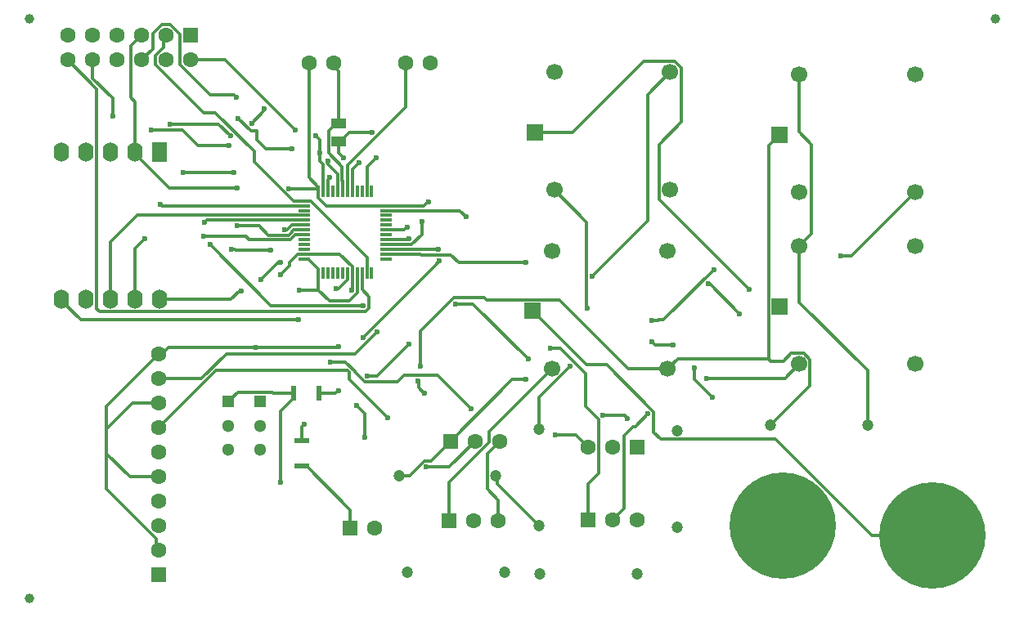
<source format=gbr>
%TF.GenerationSoftware,Altium Limited,Altium Designer,20.1.12 (249)*%
G04 Layer_Physical_Order=1*
G04 Layer_Color=255*
%FSLAX26Y26*%
%MOIN*%
%TF.SameCoordinates,7F4B2EE0-29BC-4F04-AEBD-3A4CCF5859FD*%
%TF.FilePolarity,Positive*%
%TF.FileFunction,Copper,L1,Top,Signal*%
%TF.Part,Single*%
G01*
G75*
%TA.AperFunction,SMDPad,CuDef*%
%ADD10R,0.023622X0.061024*%
%ADD11R,0.061024X0.023622*%
%ADD12R,0.011811X0.047244*%
%ADD13R,0.047244X0.011811*%
%ADD14O,0.011811X0.047244*%
%ADD15R,0.061024X0.039370*%
%TA.AperFunction,Conductor*%
%ADD16C,0.011811*%
%TA.AperFunction,ComponentPad*%
%ADD17R,0.062992X0.062992*%
%ADD18C,0.062992*%
%ADD19C,0.066929*%
%ADD20R,0.066929X0.066929*%
%ADD21R,0.062992X0.062992*%
%ADD22C,0.051181*%
%ADD23R,0.051181X0.051181*%
%ADD24C,0.433071*%
%ADD25C,0.047244*%
%ADD26O,0.062992X0.078740*%
%ADD27R,0.062992X0.078740*%
%TA.AperFunction,SMDPad,CuDef*%
%ADD28C,0.039370*%
%TA.AperFunction,ViaPad*%
%ADD29C,0.023622*%
D10*
X4135000Y3395000D02*
D03*
X4030669D02*
D03*
D11*
X4065000Y3097835D02*
D03*
Y3202165D02*
D03*
D12*
X4131890Y4219645D02*
D03*
X4151575D02*
D03*
X4171260D02*
D03*
X4190945D02*
D03*
X4210630D02*
D03*
X4230315D02*
D03*
X4250000D02*
D03*
X4269685D02*
D03*
X4289370D02*
D03*
X4309055D02*
D03*
X4328740D02*
D03*
X4348425D02*
D03*
Y3885000D02*
D03*
X4328740D02*
D03*
X4309055D02*
D03*
X4289370D02*
D03*
X4269685D02*
D03*
X4250000D02*
D03*
X4230315D02*
D03*
X4210630D02*
D03*
X4190945D02*
D03*
X4171260D02*
D03*
X4151575D02*
D03*
D13*
X4407480Y4160590D02*
D03*
Y4140905D02*
D03*
Y4121220D02*
D03*
Y4101535D02*
D03*
Y4081850D02*
D03*
Y4062165D02*
D03*
Y4042480D02*
D03*
Y4022795D02*
D03*
Y4003110D02*
D03*
Y3983425D02*
D03*
Y3963740D02*
D03*
Y3944055D02*
D03*
X4072835D02*
D03*
Y3963740D02*
D03*
Y3983425D02*
D03*
Y4003110D02*
D03*
Y4022795D02*
D03*
Y4042480D02*
D03*
Y4062165D02*
D03*
Y4081850D02*
D03*
Y4101535D02*
D03*
Y4121220D02*
D03*
Y4140905D02*
D03*
Y4160590D02*
D03*
D14*
X4131890Y3885000D02*
D03*
D15*
X4215000Y4497401D02*
D03*
Y4422598D02*
D03*
D16*
X3777559Y3984252D02*
X3777559D01*
X3777559D02*
X3778543Y3983268D01*
X3790354D01*
X3795276Y3978347D02*
X3937008D01*
X3790354Y3983268D02*
X3795276Y3978347D01*
X4046289Y3963740D02*
X4072835D01*
X4011971Y3929422D02*
X4046289Y3963740D01*
X4011971Y3914530D02*
Y3929422D01*
X3975394Y3877953D02*
X4011971Y3914530D01*
X3993110Y4064034D02*
X4004180D01*
X4021996Y4081850D01*
X3917323Y4392717D02*
X4023622D01*
X3610000Y4755000D02*
X3748937D01*
X4035433Y4468504D01*
X4137795Y4375984D02*
Y4428150D01*
X4121063Y4444882D02*
X4137795Y4428150D01*
X4131890Y4193099D02*
Y4219645D01*
Y4230315D01*
X4164399Y4160590D02*
X4407480D01*
X4131890Y4193099D02*
X4164399Y4160590D01*
X4171260Y4219645D02*
Y4267474D01*
X4178150Y4274363D01*
Y4277559D01*
X4271654Y4310039D02*
X4298228Y4336614D01*
X4271654Y4221614D02*
Y4310039D01*
X4328740Y4317913D02*
X4368110Y4357283D01*
X4328740Y4219645D02*
Y4317913D01*
X4250000Y4219645D02*
Y4326716D01*
X4266999Y4343715D01*
X4269685Y4219645D02*
X4271654Y4221614D01*
X4267869Y4343715D02*
X4488189Y4564034D01*
X4266999Y4343715D02*
X4267869D01*
X4488189Y4564034D02*
Y4744095D01*
X4258228Y4459646D02*
X4350394D01*
X4218090Y4419508D02*
X4258228Y4459646D01*
X4215000Y4376535D02*
Y4422598D01*
Y4376535D02*
X4235236Y4356299D01*
X4228346Y4263389D02*
Y4320239D01*
X4172677Y4375909D02*
X4228346Y4320239D01*
X4172677Y4375909D02*
Y4465905D01*
X4171463Y4329278D02*
X4210630Y4290111D01*
X4171463Y4329278D02*
Y4343716D01*
X4137795Y4342520D02*
X4151575Y4328740D01*
Y4219645D02*
Y4328740D01*
X4137795Y4342520D02*
Y4375984D01*
X4210630Y4219645D02*
Y4290111D01*
X4018107Y4022696D02*
X4037891Y4042480D01*
X4024606Y4055246D02*
X4031525Y4062165D01*
X3848221Y4022696D02*
X4018107D01*
X3888823Y4077913D02*
X3926323Y4040412D01*
X4024606Y4054250D02*
Y4055246D01*
X3836468Y4034449D02*
X3848221Y4022696D01*
X3801181Y4077913D02*
X3888823D01*
X3663386Y4034449D02*
X3836468D01*
X4021996Y4081850D02*
X4072835D01*
X4010769Y4040412D02*
X4024606Y4054250D01*
X4037891Y4042480D02*
X4072835D01*
X4031525Y4062165D02*
X4072835D01*
X3926323Y4040412D02*
X4010769D01*
X3394842Y4121220D02*
X4072835D01*
X3666339Y4091535D02*
X3676338Y4101535D01*
X4072835D01*
X3285000Y4011378D02*
X3394842Y4121220D01*
X4101349Y4178307D02*
X4328740Y3950916D01*
Y3885000D02*
Y3950916D01*
X4407480Y4160590D02*
X4560937D01*
X4094488Y4274764D02*
X4131890Y4237362D01*
X4094488Y4274764D02*
Y4744095D01*
X3897638Y3859252D02*
X3966535Y3928150D01*
X3977362D01*
X3775079Y3780000D02*
X3809055Y3813976D01*
X3816929D01*
X3485000Y3780000D02*
X3775079D01*
X3638658Y4405512D02*
X3765748D01*
X3575666Y4468504D02*
X3638658Y4405512D01*
X3451772Y4468504D02*
X3575666D01*
X3723425Y4494095D02*
X3772638Y4444882D01*
X3859223Y4496034D02*
X3908173Y4544984D01*
Y4552858D01*
X3910433Y4555118D01*
X3855315Y4466535D02*
X3881890D01*
X3805118Y4516732D02*
X3855315Y4466535D01*
X3881890Y4428150D02*
Y4466535D01*
Y4428150D02*
X3917323Y4392717D01*
X4230315Y4219645D02*
Y4261420D01*
X4228346Y4263389D02*
X4230315Y4261420D01*
X4010827Y4230315D02*
X4131890D01*
X3869915Y4337820D02*
Y4381011D01*
Y4337820D02*
X4029429Y4178307D01*
X4131890Y4230315D02*
Y4237362D01*
X4029429Y4178307D02*
X4101349D01*
X3710401Y4540525D02*
X3869915Y4381011D01*
X3663229Y4540525D02*
X3710401D01*
X3524843Y4232283D02*
X3799213D01*
X4054134Y3814961D02*
X4055197Y3816024D01*
X4131890D01*
X3786417Y4612205D02*
X3795916Y4602706D01*
X4215000Y4422598D02*
X4218090Y4419508D01*
X4467904Y4003110D02*
X4469046Y4001969D01*
X4481271Y4062165D02*
X4491912Y4072806D01*
X4495108D01*
X4407480Y4062165D02*
X4481271D01*
X4469046Y4001969D02*
X4511753D01*
X4552165Y4042381D01*
X4407480Y4003110D02*
X4467904D01*
X4552165Y4042381D02*
Y4096457D01*
X4495977Y4022795D02*
X4498773Y4025591D01*
X4407480Y4022795D02*
X4495977D01*
X4498773Y4025591D02*
X4501968D01*
X4323249Y3728819D02*
X4338583Y3744153D01*
Y3789224D01*
X4309055Y3818752D02*
X4338583Y3789224D01*
X3239202Y3728819D02*
X4323249D01*
X4176260Y3771653D02*
X4256832D01*
X4291338Y3806160D01*
X4309055Y3818752D02*
Y3885000D01*
X3689497Y4001447D02*
X3937008Y3753937D01*
X4314961D01*
X4131890Y3816024D02*
X4176260Y3771653D01*
X3228307Y3739714D02*
X3239202Y3728819D01*
X4131890Y3816024D02*
Y3885000D01*
X4072835Y3944055D02*
X4090552D01*
X4131890Y3902717D01*
Y3885000D02*
Y3902717D01*
X4407480Y4140905D02*
X4708504D01*
X4732283Y4117126D01*
X4194488Y4730245D02*
X4215000Y4709733D01*
Y4497401D02*
Y4709733D01*
X4194488Y4730245D02*
Y4744095D01*
X4172677Y4465905D02*
X4204173Y4497401D01*
X4577513Y4177165D02*
X4580709D01*
X4560937Y4160590D02*
X4577513Y4177165D01*
X3525591Y4494095D02*
X3723425D01*
X3466693Y4737062D02*
X3663229Y4540525D01*
X3466693Y4772938D02*
X3500207Y4806452D01*
X3780512Y4295276D02*
X3782480Y4297244D01*
X3786417D01*
X3578740Y4295276D02*
X3780512D01*
X3385000Y4372126D02*
X3524843Y4232283D01*
X3490401Y4165354D02*
X3495165Y4160590D01*
X4072835D01*
X3210000Y4680055D02*
Y4755000D01*
Y4680055D02*
X3292323Y4597732D01*
Y4527559D02*
Y4597732D01*
X3228307Y3739714D02*
Y4636693D01*
X3110000Y4755000D02*
X3228307Y4636693D01*
X3492062Y4898307D02*
X3527938D01*
X3455927Y4862173D02*
X3492062Y4898307D01*
X3691550Y4612205D02*
X3786417D01*
X3500207Y4845207D02*
X3510000Y4855000D01*
X3527938Y4898307D02*
X3566693Y4859552D01*
X3466693Y4737062D02*
Y4772938D01*
X3410000Y4755000D02*
X3455927Y4800927D01*
X3566693Y4737062D02*
Y4859552D01*
X3455927Y4800927D02*
Y4862173D01*
X3566693Y4737062D02*
X3691550Y4612205D01*
X3500207Y4806452D02*
Y4845207D01*
X4318956Y3442913D02*
X4453769D01*
X4616142Y3470472D02*
X4754921Y3331693D01*
X4181102Y3523622D02*
X4241561D01*
X4280259Y3484925D01*
X4453769Y3442913D02*
X4481328Y3470472D01*
X4280259Y3481610D02*
Y3484925D01*
Y3481610D02*
X4318956Y3442913D01*
X4481328Y3470472D02*
X4616142D01*
X4328740Y3466535D02*
X4371063D01*
X4500000Y3595472D01*
X4546260Y3506890D02*
Y3648564D01*
X4682145Y3784449D01*
X4561024Y3396653D02*
X4563976D01*
X4539662Y3418016D02*
X4561024Y3396653D01*
X4537402Y3446850D02*
X4539662Y3444590D01*
Y3418016D02*
Y3444590D01*
X4760827Y3760827D02*
X4986221Y3535433D01*
X4921772Y3451772D02*
X4977362D01*
X4670000Y3200000D02*
X4921772Y3451772D01*
X3487205Y4165354D02*
X3490401D01*
X3385000Y3780000D02*
Y3986378D01*
X3425197Y4026575D01*
X3285000Y3780000D02*
Y4011378D01*
X3085000Y3772126D02*
X3162244Y3694882D01*
X4050197D01*
X3085000Y3772126D02*
Y3780000D01*
X4250000Y3858454D02*
Y3885000D01*
X4214380Y3822835D02*
X4250000Y3858454D01*
X4202756Y3822835D02*
X4214380D01*
X4407480Y3983425D02*
X4619252D01*
X4620079Y3984252D01*
X4670275Y3960630D02*
X4702756Y3928150D01*
X4407480Y3963740D02*
X4546181D01*
X4549291Y3960630D01*
X4670275D01*
X4612263Y3922244D02*
X4615128D01*
X4622047Y3931843D02*
Y3935039D01*
X4615128Y3924925D02*
X4622047Y3931843D01*
X4615128Y3922244D02*
Y3924925D01*
X4702756Y3928150D02*
X4977362D01*
X4314034Y3624016D02*
X4612263Y3922244D01*
X4279149Y3555723D02*
X4370079Y3646653D01*
X4321850Y3216535D02*
Y3312008D01*
X4287402Y3346457D02*
X4321850Y3312008D01*
X4682145Y3784449D02*
X4807913D01*
X4815866Y3776496D01*
X4691929Y3760827D02*
X4760827D01*
X4815866Y3776496D02*
X5112025D01*
X5092559Y4224685D02*
X5224409Y4092835D01*
Y3746063D02*
Y4092835D01*
Y3746063D02*
X5226378Y3744095D01*
X5219794Y3342272D02*
X5273307Y3288759D01*
Y3070918D02*
Y3288759D01*
X5077756Y3579724D02*
X5116084D01*
X5230000Y3027611D02*
X5273307Y3070918D01*
X5116084Y3579724D02*
X5219794Y3476014D01*
X5230000Y2880000D02*
Y3027611D01*
X5219794Y3342272D02*
Y3476014D01*
X5156496Y3504908D02*
Y3505905D01*
X5030000Y3378412D02*
X5156496Y3504908D01*
X4269685Y3817913D02*
Y3885000D01*
X4267717Y3815945D02*
X4269685Y3817913D01*
X4291338Y3806160D02*
Y3883032D01*
X4289370Y3885000D02*
X4291338Y3883032D01*
X3877953Y3582677D02*
X4209646D01*
X4214567Y3587598D01*
X4072835Y3963740D02*
X4217491D01*
X4269685Y3911546D01*
Y3885000D02*
Y3911546D01*
X5180591Y3224409D02*
X5230000Y3175000D01*
X5096457Y3224409D02*
X5180591D01*
X5504921Y3591535D02*
X5576772D01*
X5489173Y3607284D02*
X5504921Y3591535D01*
X5664370Y3451772D02*
X5738189Y3377953D01*
X5664370Y3451772D02*
Y3499016D01*
X5712598Y3456693D02*
X6032008D01*
X6090000Y3514685D01*
X5498031Y3237008D02*
Y3320808D01*
Y3237008D02*
X5526772Y3208268D01*
X5307828Y3511012D02*
X5498031Y3320808D01*
X5224028Y3511012D02*
X5307828D01*
X5003819Y3731220D02*
X5224028Y3511012D01*
X5412402Y3259843D02*
X5423228D01*
X5474409Y3311024D01*
X5526772Y3208268D02*
X5992616D01*
X5376097Y3223538D02*
X5412402Y3259843D01*
X5330000Y2880000D02*
X5376097Y2926097D01*
Y3223538D01*
X5248032Y3874016D02*
X5472441Y4098425D01*
Y4612441D01*
X5519724Y4410699D02*
X5610276Y4501250D01*
X5519724Y4185000D02*
X5885827Y3818898D01*
X5519724Y4185000D02*
Y4410699D01*
X5393522Y3495000D02*
X5555000D01*
X5112025Y3776496D02*
X5393522Y3495000D01*
X5490158Y3691929D02*
X5492417Y3694189D01*
X5517024D01*
X5517717Y3694882D01*
X5538386D01*
X5744095Y3900591D01*
X5472441Y4612441D02*
X5565000Y4705000D01*
X5725394Y3841535D02*
X5846457Y3720472D01*
X5721457Y3841535D02*
X5725394D01*
X5289370Y3306102D02*
X5378937D01*
X5391732Y3293307D01*
X3755668Y3555723D02*
X4279149D01*
X3654945Y3455000D02*
X3755668Y3555723D01*
X4256890Y3451772D02*
Y3483239D01*
X3715157Y3490157D02*
X4249971D01*
X4256890Y3483239D01*
X3480000Y3255000D02*
X3715157Y3490157D01*
X3480000Y3455000D02*
X3654945D01*
X4256890Y3451772D02*
X4412402Y3296260D01*
X6108754Y3559961D02*
X6135276Y3533439D01*
X5975000Y3265000D02*
X6135276Y3425276D01*
X6025605Y3527417D02*
X6058148Y3559961D01*
X6135276Y3425276D02*
Y3533439D01*
X6058148Y3559961D02*
X6108754D01*
X5975000Y3527417D02*
X6025605D01*
X5965984Y3536433D02*
X5975000Y3527417D01*
X5030000Y3250000D02*
Y3378412D01*
X4826693Y3239134D02*
X5082559Y3495000D01*
X4826693Y3195448D02*
Y3239134D01*
X4665000Y2875000D02*
Y3033755D01*
X4826693Y3195448D01*
X4083701Y3097835D02*
X4261575Y2919961D01*
Y2845000D02*
Y2919961D01*
X4461299Y3060000D02*
X4503956D01*
X4564550Y3120595D01*
X4590595D01*
X4670000Y3200000D01*
X4571850Y3094488D02*
X4664488D01*
X4770000Y3200000D01*
X5555000Y3495000D02*
X5596433Y3536433D01*
X5965984D01*
X3385000Y4372126D02*
Y4380000D01*
X4204173Y4497401D02*
X4215000D01*
X5610276Y4501250D02*
Y4723754D01*
X5583754Y4750276D02*
X5610276Y4723754D01*
X5167881Y4460905D02*
X5457251Y4750276D01*
X5013819Y4460905D02*
X5167881D01*
X5457251Y4750276D02*
X5583754D01*
X5992616Y3208268D02*
X6385923Y2814961D01*
X6633858D01*
X3385000Y4380000D02*
Y4583074D01*
X3366693Y4601381D02*
X3385000Y4583074D01*
X3366693Y4601381D02*
Y4811693D01*
X3410000Y4855000D01*
X4135000Y3395000D02*
X4200748D01*
X4211260Y3405512D01*
X4212598D01*
X3946767Y3395000D02*
X4030669D01*
X3942515Y3399252D02*
X3946767Y3395000D01*
X3802480Y3399252D02*
X3942515D01*
X3765079Y3361850D02*
X3802480Y3399252D01*
X4030669Y3376299D02*
Y3395000D01*
X3976378Y3322008D02*
X4030669Y3376299D01*
X3976378Y3031496D02*
Y3322008D01*
X4065000Y3202165D02*
Y3257913D01*
X4074803Y3267716D01*
X4065000Y3097835D02*
X4083701D01*
X4819567Y3149567D02*
X4870000Y3200000D01*
X4819567Y3004480D02*
X4865000Y2959047D01*
X4819567Y3004480D02*
Y3149567D01*
X4865000Y2875000D02*
Y2959047D01*
X4861780Y3024519D02*
Y3053220D01*
Y3024519D02*
X5030000Y2856299D01*
X4855000Y3060000D02*
X4861780Y3053220D01*
X5965984Y3536433D02*
Y4405630D01*
X6011260Y4450905D01*
X6304449Y3956693D02*
X6562441Y4214685D01*
X6259842Y3956693D02*
X6304449D01*
X6090000Y3766687D02*
Y3995000D01*
Y3766687D02*
X6368701Y3487986D01*
Y3265000D02*
Y3487986D01*
X6090000Y3995000D02*
X6141732Y4046732D01*
Y4410633D01*
X6090000Y4462365D02*
Y4695000D01*
Y4462365D02*
X6141732Y4410633D01*
X3480000Y3555000D02*
X3493850D01*
X3521527Y3582677D01*
X3877953D01*
X3267716Y3149606D02*
Y3248032D01*
Y3006038D02*
Y3149606D01*
X3362323Y3055000D02*
X3480000D01*
X3267716Y3149606D02*
X3362323Y3055000D01*
X3267716Y3248032D02*
Y3342716D01*
X3374685Y3355000D02*
X3480000D01*
X3267716Y3248032D02*
X3374685Y3355000D01*
X3267716Y3342716D02*
X3480000Y3555000D01*
X3470207Y2764793D02*
X3480000Y2755000D01*
X3470207Y2764793D02*
Y2803548D01*
X3267716Y3006038D02*
X3470207Y2803548D01*
D17*
X5230000Y2880000D02*
D03*
X4665000Y2875000D02*
D03*
X5430000Y3175000D02*
D03*
X4670000Y3200000D02*
D03*
X4261575Y2845000D02*
D03*
X3610000Y4855000D02*
D03*
D18*
X5330000Y2880000D02*
D03*
X5430000D02*
D03*
X3480000Y3555000D02*
D03*
Y3455000D02*
D03*
Y3355000D02*
D03*
Y3255000D02*
D03*
Y3155000D02*
D03*
Y3055000D02*
D03*
Y2955000D02*
D03*
Y2855000D02*
D03*
Y2755000D02*
D03*
X4865000Y2875000D02*
D03*
X4765000D02*
D03*
X5230000Y3175000D02*
D03*
X5330000D02*
D03*
X4870000Y3200000D02*
D03*
X4770000D02*
D03*
X4360000Y2845000D02*
D03*
X4194488Y4744095D02*
D03*
X4094488D02*
D03*
X4588189D02*
D03*
X4488189D02*
D03*
X3610000Y4755000D02*
D03*
X3510000Y4855000D02*
D03*
X3110000Y4755000D02*
D03*
X3210000D02*
D03*
X3310000D02*
D03*
X3410000D02*
D03*
X3510000D02*
D03*
X3110000Y4855000D02*
D03*
X3210000D02*
D03*
X3310000D02*
D03*
X3410000D02*
D03*
D19*
X5555000Y3495000D02*
D03*
X5082559Y3975315D02*
D03*
X5555000D02*
D03*
X5082559Y3495000D02*
D03*
X6562441Y4214685D02*
D03*
X6090000Y4695000D02*
D03*
X6562441D02*
D03*
X6090000Y4214685D02*
D03*
X6562441Y3514685D02*
D03*
X6090000Y3995000D02*
D03*
X6562441D02*
D03*
X6090000Y3514685D02*
D03*
X5565000Y4224685D02*
D03*
X5092559Y4705000D02*
D03*
X5565000D02*
D03*
X5092559Y4224685D02*
D03*
D20*
X5003819Y3731220D02*
D03*
X6011260Y4450905D02*
D03*
Y3750905D02*
D03*
X5013819Y4460905D02*
D03*
D21*
X3480000Y2655000D02*
D03*
D22*
X3765079Y3263425D02*
D03*
Y3165000D02*
D03*
X3895000D02*
D03*
Y3263425D02*
D03*
D23*
X3765079Y3361850D02*
D03*
X3895000D02*
D03*
D24*
X6633858Y2814961D02*
D03*
X6023622Y2854331D02*
D03*
D25*
X5595000Y2850000D02*
D03*
Y3243701D02*
D03*
X4855000Y3060000D02*
D03*
X4461299D02*
D03*
X4888701Y2665000D02*
D03*
X4495000D02*
D03*
X5428701Y2660000D02*
D03*
X5035000D02*
D03*
X6368701Y3265000D02*
D03*
X5975000D02*
D03*
X5030000Y2856299D02*
D03*
Y3250000D02*
D03*
D26*
X3085000Y3780000D02*
D03*
X3185000D02*
D03*
X3285000D02*
D03*
X3385000D02*
D03*
X3485000D02*
D03*
X3085000Y4380000D02*
D03*
X3185000D02*
D03*
X3285000D02*
D03*
X3385000D02*
D03*
D27*
X3485000D02*
D03*
D28*
X2952756Y4921260D02*
D03*
Y2559055D02*
D03*
X6889764Y4921260D02*
D03*
D29*
X3777559Y3984252D02*
D03*
X3937008Y3978347D02*
D03*
X3975394Y3877953D02*
D03*
X3993110Y4064034D02*
D03*
X4023622Y4392717D02*
D03*
X4035433Y4468504D02*
D03*
X4121063Y4444882D02*
D03*
X4178150Y4277559D02*
D03*
X4298228Y4336614D02*
D03*
X4368110Y4357283D02*
D03*
X4350394Y4459646D02*
D03*
X4235236Y4356299D02*
D03*
X4171463Y4343716D02*
D03*
X4137795Y4375984D02*
D03*
X3977362Y3928150D02*
D03*
X3897638Y3859252D02*
D03*
X3816929Y3813976D02*
D03*
X3451772Y4468504D02*
D03*
X3765748Y4405512D02*
D03*
X3772638Y4444882D02*
D03*
X3805118Y4516732D02*
D03*
X3859223Y4496034D02*
D03*
X4010827Y4230315D02*
D03*
X3801181Y4077913D02*
D03*
X3799213Y4232283D02*
D03*
X4054134Y3814961D02*
D03*
X3795916Y4602706D02*
D03*
X4552165Y4096457D02*
D03*
X4495108Y4072806D02*
D03*
X4501968Y4025591D02*
D03*
X4314961Y3753937D02*
D03*
X3689497Y4001447D02*
D03*
X4732283Y4117126D02*
D03*
X4580709Y4177165D02*
D03*
X3910433Y4555118D02*
D03*
X3525591Y4494095D02*
D03*
X3786417Y4297244D02*
D03*
X3578740Y4295276D02*
D03*
X3292323Y4527559D02*
D03*
X4328740Y3466535D02*
D03*
X4500000Y3595472D02*
D03*
X4563976Y3396653D02*
D03*
X4537402Y3446850D02*
D03*
X4986221Y3535433D02*
D03*
X4977362Y3451772D02*
D03*
X3666339Y4091535D02*
D03*
X3487205Y4165354D02*
D03*
X3425197Y4026575D02*
D03*
X4050197Y3694882D02*
D03*
X4202756Y3822835D02*
D03*
X4620079Y3984252D02*
D03*
X4622047Y3935039D02*
D03*
X4314034Y3624016D02*
D03*
X4370079Y3646653D02*
D03*
X4287402Y3346457D02*
D03*
X4321850Y3216535D02*
D03*
X4546260Y3506890D02*
D03*
X4181102Y3523622D02*
D03*
X4754921Y3331693D02*
D03*
X4691929Y3760827D02*
D03*
X5226378Y3744095D02*
D03*
X5077756Y3579724D02*
D03*
X5156496Y3505905D02*
D03*
X4267717Y3815945D02*
D03*
X4214567Y3587598D02*
D03*
X3663386Y4034449D02*
D03*
X5096457Y3224409D02*
D03*
X5489173Y3607284D02*
D03*
X5576772Y3591535D02*
D03*
X5664370Y3499016D02*
D03*
X5712598Y3456693D02*
D03*
X5738189Y3377953D02*
D03*
X5474409Y3311024D02*
D03*
X5490158Y3691929D02*
D03*
X5248032Y3874016D02*
D03*
X5744095Y3900591D02*
D03*
X5391732Y3293307D02*
D03*
X5721457Y3841535D02*
D03*
X5289370Y3306102D02*
D03*
X4412402Y3296260D02*
D03*
X4977362Y3928150D02*
D03*
X4571850Y3094488D02*
D03*
X5846457Y3720472D02*
D03*
X5885827Y3818898D02*
D03*
X4212598Y3405512D02*
D03*
X3976378Y3031496D02*
D03*
X4074803Y3267716D02*
D03*
X6259842Y3956693D02*
D03*
X3877953Y3582677D02*
D03*
%TF.MD5,87a7c09518c74dc8ed36dd1e93fba238*%
M02*

</source>
